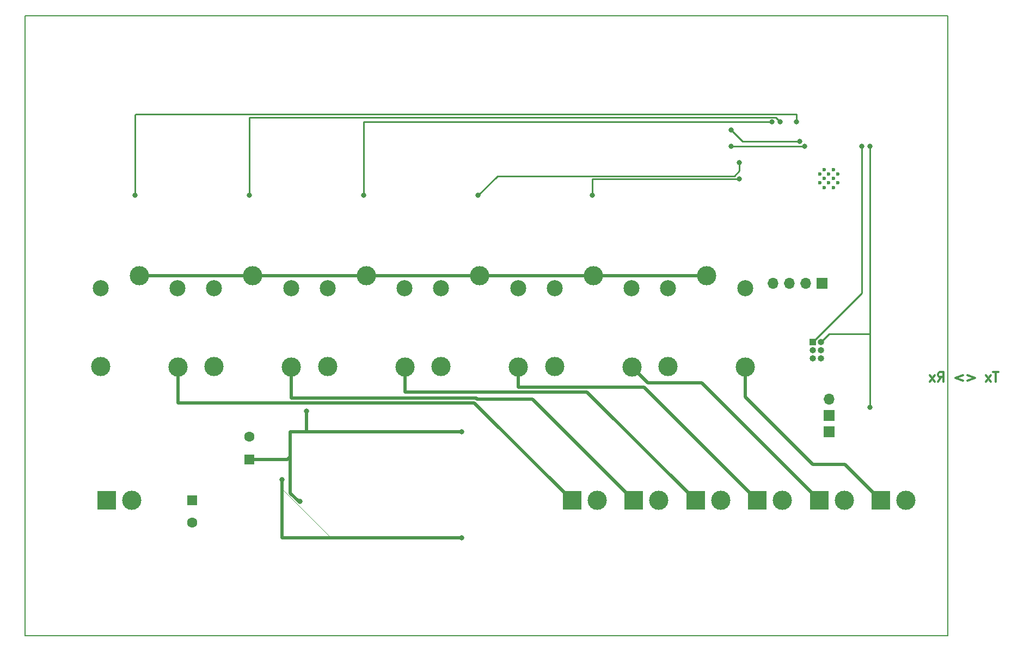
<source format=gbr>
%TF.GenerationSoftware,KiCad,Pcbnew,7.0.8*%
%TF.CreationDate,2023-10-12T20:46:22+03:00*%
%TF.ProjectId,sprinklers,73707269-6e6b-46c6-9572-732e6b696361,1.0.5*%
%TF.SameCoordinates,Original*%
%TF.FileFunction,Copper,L2,Bot*%
%TF.FilePolarity,Positive*%
%FSLAX46Y46*%
G04 Gerber Fmt 4.6, Leading zero omitted, Abs format (unit mm)*
G04 Created by KiCad (PCBNEW 7.0.8) date 2023-10-12 20:46:22*
%MOMM*%
%LPD*%
G01*
G04 APERTURE LIST*
%TA.AperFunction,NonConductor*%
%ADD10C,0.200000*%
%TD*%
%ADD11C,0.300000*%
%TA.AperFunction,NonConductor*%
%ADD12C,0.300000*%
%TD*%
%TA.AperFunction,ComponentPad*%
%ADD13C,3.000000*%
%TD*%
%TA.AperFunction,ComponentPad*%
%ADD14C,2.500000*%
%TD*%
%TA.AperFunction,ComponentPad*%
%ADD15R,1.700000X1.700000*%
%TD*%
%TA.AperFunction,ComponentPad*%
%ADD16O,1.700000X1.700000*%
%TD*%
%TA.AperFunction,BGAPad,CuDef*%
%ADD17O,1.700000X1.700000*%
%TD*%
%TA.AperFunction,HeatsinkPad*%
%ADD18C,0.600000*%
%TD*%
%TA.AperFunction,ComponentPad*%
%ADD19R,1.600000X1.600000*%
%TD*%
%TA.AperFunction,ComponentPad*%
%ADD20C,1.600000*%
%TD*%
%TA.AperFunction,ComponentPad*%
%ADD21R,3.000000X3.000000*%
%TD*%
%TA.AperFunction,ComponentPad*%
%ADD22R,1.000000X1.000000*%
%TD*%
%TA.AperFunction,ComponentPad*%
%ADD23O,1.000000X1.000000*%
%TD*%
%TA.AperFunction,ViaPad*%
%ADD24C,0.800000*%
%TD*%
%TA.AperFunction,Conductor*%
%ADD25C,0.500000*%
%TD*%
%TA.AperFunction,Conductor*%
%ADD26C,0.250000*%
%TD*%
%TA.AperFunction,Conductor*%
%ADD27C,0.000000*%
%TD*%
G04 APERTURE END LIST*
D10*
X1905000Y97790000D02*
X145415000Y97790000D01*
X145415000Y1270000D01*
X1905000Y1270000D01*
X1905000Y97790000D01*
D11*
D12*
X153329774Y42339172D02*
X152472632Y42339172D01*
X152901203Y40839172D02*
X152901203Y42339172D01*
X152115489Y40839172D02*
X151329775Y41839172D01*
X152115489Y41839172D02*
X151329775Y40839172D01*
X148472632Y41839172D02*
X149615489Y41410600D01*
X149615489Y41410600D02*
X148472632Y40982029D01*
X147758346Y41839172D02*
X146615489Y41410600D01*
X146615489Y41410600D02*
X147758346Y40982029D01*
X143901203Y40839172D02*
X144401203Y41553458D01*
X144758346Y40839172D02*
X144758346Y42339172D01*
X144758346Y42339172D02*
X144186917Y42339172D01*
X144186917Y42339172D02*
X144044060Y42267743D01*
X144044060Y42267743D02*
X143972631Y42196315D01*
X143972631Y42196315D02*
X143901203Y42053458D01*
X143901203Y42053458D02*
X143901203Y41839172D01*
X143901203Y41839172D02*
X143972631Y41696315D01*
X143972631Y41696315D02*
X144044060Y41624886D01*
X144044060Y41624886D02*
X144186917Y41553458D01*
X144186917Y41553458D02*
X144758346Y41553458D01*
X143401203Y40839172D02*
X142615489Y41839172D01*
X143401203Y41839172D02*
X142615489Y40839172D01*
D13*
%TO.P,K4,1*%
%TO.N,Net-(AC24-IN1-Pin_1)*%
X72644000Y57330000D03*
D14*
%TO.P,K4,2*%
%TO.N,Net-(Q4-D)*%
X66594000Y55380000D03*
D13*
%TO.P,K4,3*%
%TO.N,unconnected-(K4-Pad3)*%
X66594000Y43180000D03*
%TO.P,K4,4*%
%TO.N,Net-(J4-Pin_1)*%
X78644000Y43130000D03*
D14*
%TO.P,K4,5*%
%TO.N,Net-(U1-FB)*%
X78594000Y55380000D03*
%TD*%
D15*
%TO.P,26 27 28 29,1*%
%TO.N,unconnected-(U2-IO5-Pad29)*%
X125900049Y56169491D03*
D16*
%TO.P,26 27 28 29,2*%
%TO.N,unconnected-(U2-IO17-Pad28)*%
X123360049Y56169491D03*
%TO.P,26 27 28 29,3*%
%TO.N,unconnected-(U2-IO16-Pad27)*%
X120820049Y56169491D03*
D17*
%TO.P,26 27 28 29,4*%
%TO.N,unconnected-(U2-IO4-Pad26)*%
X118280049Y56169491D03*
%TD*%
D18*
%TO.P,U2,39,GND*%
%TO.N,GND1*%
X127600000Y73880000D03*
X126200000Y73880000D03*
X128300000Y73180000D03*
X126900000Y73180000D03*
X125500000Y73180000D03*
X127600000Y72505000D03*
X126200000Y72505000D03*
X128300000Y71780000D03*
X126900000Y71780000D03*
X125500000Y71780000D03*
X127600000Y71080000D03*
X126200000Y71080000D03*
%TD*%
D13*
%TO.P,K1,1*%
%TO.N,Net-(AC24-IN1-Pin_1)*%
X19685000Y57330000D03*
D14*
%TO.P,K1,2*%
%TO.N,Net-(Q1-D)*%
X13635000Y55380000D03*
D13*
%TO.P,K1,3*%
%TO.N,unconnected-(K1-Pad3)*%
X13635000Y43180000D03*
%TO.P,K1,4*%
%TO.N,Net-(J1-Pin_1)*%
X25685000Y43130000D03*
D14*
%TO.P,K1,5*%
%TO.N,Net-(U1-FB)*%
X25635000Y55380000D03*
%TD*%
D19*
%TO.P,C6,1*%
%TO.N,Net-(U1-FB)*%
X36830000Y28740000D03*
D20*
%TO.P,C6,2*%
%TO.N,GND1*%
X36830000Y32240000D03*
%TD*%
D19*
%TO.P,C5,1*%
%TO.N,Net-(D4-K)*%
X27940000Y22390000D03*
D20*
%TO.P,C5,2*%
%TO.N,GND1*%
X27940000Y18890000D03*
%TD*%
D21*
%TO.P,J6,1,Pin_1*%
%TO.N,Net-(J6-Pin_1)*%
X135027500Y22340000D03*
D13*
%TO.P,J6,2,Pin_2*%
%TO.N,GND1*%
X138907500Y22340000D03*
%TD*%
D21*
%TO.P,J2,1,Pin_1*%
%TO.N,Net-(J2-Pin_1)*%
X96599500Y22340000D03*
D13*
%TO.P,J2,2,Pin_2*%
%TO.N,GND1*%
X100479500Y22340000D03*
%TD*%
%TO.P,K5,1*%
%TO.N,Net-(AC24-IN1-Pin_1)*%
X90297000Y57330000D03*
D14*
%TO.P,K5,2*%
%TO.N,Net-(Q5-D)*%
X84247000Y55380000D03*
D13*
%TO.P,K5,3*%
%TO.N,unconnected-(K5-Pad3)*%
X84247000Y43180000D03*
%TO.P,K5,4*%
%TO.N,Net-(J5-Pin_1)*%
X96297000Y43130000D03*
D14*
%TO.P,K5,5*%
%TO.N,Net-(U1-FB)*%
X96247000Y55380000D03*
%TD*%
D21*
%TO.P,J3,1,Pin_1*%
%TO.N,Net-(J3-Pin_1)*%
X106206500Y22340000D03*
D13*
%TO.P,J3,2,Pin_2*%
%TO.N,GND1*%
X110086500Y22340000D03*
%TD*%
D21*
%TO.P,J1,1,Pin_1*%
%TO.N,Net-(J1-Pin_1)*%
X86992500Y22340000D03*
D13*
%TO.P,J1,2,Pin_2*%
%TO.N,GND1*%
X90872500Y22340000D03*
%TD*%
D16*
%TO.P,5V 3V3 GND,1*%
%TO.N,GND1*%
X127000000Y38100000D03*
D15*
%TO.P,5V 3V3 GND,2*%
%TO.N,Net-(U2-VDD)*%
X127000000Y35560000D03*
%TO.P,5V 3V3 GND,3*%
%TO.N,Net-(U1-FB)*%
X127000000Y33020000D03*
%TD*%
D21*
%TO.P,AC24-IN1,1,Pin_1*%
%TO.N,Net-(AC24-IN1-Pin_1)*%
X14602500Y22340000D03*
D13*
%TO.P,AC24-IN1,2,Pin_2*%
%TO.N,GND1*%
X18482500Y22340000D03*
%TD*%
D22*
%TO.P,EXT/PROG,1*%
%TO.N,unconnected-(U2-EN-Pad3)*%
X124460000Y46990000D03*
D23*
%TO.P,EXT/PROG,2*%
%TO.N,Net-(U2-VDD)*%
X125730000Y46990000D03*
%TO.P,EXT/PROG,3*%
%TO.N,unconnected-(U2-RXD0{slash}IO3-Pad34)*%
X124460000Y45720000D03*
%TO.P,EXT/PROG,4*%
%TO.N,GND1*%
X125730000Y45720000D03*
%TO.P,EXT/PROG,5*%
%TO.N,unconnected-(U2-TXD0{slash}IO1-Pad35)*%
X124460000Y44450000D03*
%TO.P,EXT/PROG,6*%
%TO.N,unconnected-(U2-IO0-Pad25)*%
X125730000Y44450000D03*
%TD*%
D13*
%TO.P,K6,1*%
%TO.N,Net-(AC24-IN1-Pin_1)*%
X107950000Y57330000D03*
D14*
%TO.P,K6,2*%
%TO.N,Net-(Q6-D)*%
X101900000Y55380000D03*
D13*
%TO.P,K6,3*%
%TO.N,unconnected-(K6-Pad3)*%
X101900000Y43180000D03*
%TO.P,K6,4*%
%TO.N,Net-(J6-Pin_1)*%
X113950000Y43130000D03*
D14*
%TO.P,K6,5*%
%TO.N,Net-(U1-FB)*%
X113900000Y55380000D03*
%TD*%
D13*
%TO.P,K2,1*%
%TO.N,Net-(AC24-IN1-Pin_1)*%
X37338000Y57330000D03*
D14*
%TO.P,K2,2*%
%TO.N,Net-(Q2-D)*%
X31288000Y55380000D03*
D13*
%TO.P,K2,3*%
%TO.N,unconnected-(K2-Pad3)*%
X31288000Y43180000D03*
%TO.P,K2,4*%
%TO.N,Net-(J2-Pin_1)*%
X43338000Y43130000D03*
D14*
%TO.P,K2,5*%
%TO.N,Net-(U1-FB)*%
X43288000Y55380000D03*
%TD*%
D21*
%TO.P,J4,1,Pin_1*%
%TO.N,Net-(J4-Pin_1)*%
X115813500Y22340000D03*
D13*
%TO.P,J4,2,Pin_2*%
%TO.N,GND1*%
X119693500Y22340000D03*
%TD*%
%TO.P,K3,1*%
%TO.N,Net-(AC24-IN1-Pin_1)*%
X54991000Y57330000D03*
D14*
%TO.P,K3,2*%
%TO.N,Net-(Q3-D)*%
X48941000Y55380000D03*
D13*
%TO.P,K3,3*%
%TO.N,unconnected-(K3-Pad3)*%
X48941000Y43180000D03*
%TO.P,K3,4*%
%TO.N,Net-(J3-Pin_1)*%
X60991000Y43130000D03*
D14*
%TO.P,K3,5*%
%TO.N,Net-(U1-FB)*%
X60941000Y55380000D03*
%TD*%
D21*
%TO.P,J5,1,Pin_1*%
%TO.N,Net-(J5-Pin_1)*%
X125420500Y22340000D03*
D13*
%TO.P,J5,2,Pin_2*%
%TO.N,GND1*%
X129300500Y22340000D03*
%TD*%
D24*
%TO.N,Net-(U1-FB)*%
X45720000Y36282353D03*
%TO.N,Net-(U2-IO26)*%
X19050000Y69850000D03*
X121920000Y81280000D03*
%TO.N,Net-(U2-IO14)*%
X36830000Y69850000D03*
X119380000Y81280000D03*
%TO.N,unconnected-(U2-EN-Pad3)*%
X132080000Y77470000D03*
%TO.N,Net-(U2-IO12)*%
X118110000Y81280000D03*
X54610000Y69850000D03*
%TO.N,Net-(D3-A)*%
X122415845Y78259680D03*
X111760000Y80010000D03*
%TO.N,Net-(D2-A)*%
X111760000Y77470000D03*
X123190000Y77470000D03*
%TO.N,Net-(U2-IO13)*%
X113030000Y74930000D03*
X72390000Y69850000D03*
%TO.N,Net-(U2-SCS{slash}CMD)*%
X113030000Y72390000D03*
X90170000Y69850000D03*
%TO.N,Net-(U2-VDD)*%
X133350000Y36830000D03*
X133350000Y77470000D03*
%TO.N,Net-(U1-FB)*%
X69850000Y33020000D03*
X44705625Y22172528D03*
%TO.N,Net-(D5-K)*%
X41889218Y25621668D03*
X69850000Y16510000D03*
%TD*%
D25*
%TO.N,Net-(J6-Pin_1)*%
X135027500Y22340000D02*
X129427500Y27940000D01*
X129427500Y27940000D02*
X124460000Y27940000D01*
X124460000Y27940000D02*
X113950000Y38450000D01*
X113950000Y38450000D02*
X113950000Y43130000D01*
%TO.N,Net-(J5-Pin_1)*%
X98787000Y40640000D02*
X107120500Y40640000D01*
X107120500Y40640000D02*
X125420500Y22340000D01*
X98787000Y40640000D02*
X96297000Y43130000D01*
%TO.N,Net-(J4-Pin_1)*%
X78644000Y43130000D02*
X78644000Y39963129D01*
X78644000Y39963129D02*
X98190371Y39963129D01*
X98190371Y39963129D02*
X115813500Y22340000D01*
%TO.N,Net-(J3-Pin_1)*%
X60991000Y43130000D02*
X60991000Y39263129D01*
X89283371Y39263129D02*
X106206500Y22340000D01*
X60991000Y39263129D02*
X89283371Y39263129D01*
%TO.N,Net-(J1-Pin_1)*%
X71777500Y37555000D02*
X86992500Y22340000D01*
X25685000Y37555000D02*
X71777500Y37555000D01*
X25685000Y43130000D02*
X25685000Y37555000D01*
%TO.N,Net-(U1-FB)*%
X43180000Y29210000D02*
X43180000Y33020000D01*
X43180000Y33020000D02*
X45720000Y33020000D01*
X43180000Y23486020D02*
X43180000Y29210000D01*
X43180000Y29210000D02*
X42710000Y28740000D01*
X42710000Y28740000D02*
X36830000Y28740000D01*
X44705625Y22172528D02*
X44493492Y22172528D01*
X44493492Y22172528D02*
X43180000Y23486020D01*
%TO.N,Net-(J2-Pin_1)*%
X43338000Y43130000D02*
X43338000Y38255000D01*
X43338000Y38255000D02*
X72067449Y38255000D01*
X72067449Y38255000D02*
X72222449Y38100000D01*
X80839500Y38100000D02*
X96599500Y22340000D01*
X72222449Y38100000D02*
X80839500Y38100000D01*
%TO.N,Net-(U1-FB)*%
X45720000Y33020000D02*
X45720000Y36282353D01*
X69850000Y33020000D02*
X45720000Y33020000D01*
%TO.N,Net-(J1-Pin_1)*%
X86992500Y22340000D02*
X86880000Y22340000D01*
D26*
%TO.N,Net-(U2-IO26)*%
X19050000Y82360000D02*
X19145000Y82455000D01*
X19050000Y69850000D02*
X19050000Y82360000D01*
X19145000Y82455000D02*
X121920000Y82455000D01*
X121920000Y82455000D02*
X121920000Y81280000D01*
%TO.N,Net-(U2-IO14)*%
X119380000Y81280000D02*
X118655000Y82005000D01*
X118655000Y82005000D02*
X36830000Y82005000D01*
X36830000Y82005000D02*
X36830000Y69850000D01*
%TO.N,unconnected-(U2-EN-Pad3)*%
X124460000Y46990000D02*
X132080000Y54610000D01*
X132080000Y54610000D02*
X132080000Y77470000D01*
%TO.N,Net-(U2-IO12)*%
X118110000Y81280000D02*
X54610000Y81280000D01*
X54610000Y81280000D02*
X54610000Y69850000D01*
%TO.N,Net-(D3-A)*%
X113510320Y78259680D02*
X111760000Y80010000D01*
X122415845Y78259680D02*
X113510320Y78259680D01*
%TO.N,Net-(D2-A)*%
X111760000Y77470000D02*
X123190000Y77470000D01*
%TO.N,Net-(U2-IO13)*%
X113030000Y73660000D02*
X112210000Y72840000D01*
X113030000Y74930000D02*
X113030000Y73660000D01*
X112210000Y72840000D02*
X75380000Y72840000D01*
X75380000Y72840000D02*
X72390000Y69850000D01*
%TO.N,Net-(U2-SCS{slash}CMD)*%
X113030000Y72390000D02*
X90170000Y72390000D01*
X90170000Y72390000D02*
X90170000Y69850000D01*
%TO.N,Net-(U2-VDD)*%
X133350000Y48260000D02*
X133350000Y36830000D01*
X133350000Y77470000D02*
X133350000Y48260000D01*
X127000000Y48260000D02*
X133350000Y48260000D01*
X125730000Y46990000D02*
X127000000Y48260000D01*
D25*
%TO.N,Net-(D5-K)*%
X41889218Y16530782D02*
X41910000Y16510000D01*
D27*
X41910000Y24820492D02*
X41910000Y24119624D01*
X41910000Y24119624D02*
X49519624Y16510000D01*
D25*
X41889218Y25621668D02*
X41889218Y16530782D01*
X41910000Y16510000D02*
X69850000Y16510000D01*
%TO.N,Net-(AC24-IN1-Pin_1)*%
X107950000Y57330000D02*
X90297000Y57330000D01*
X54991000Y57330000D02*
X37338000Y57330000D01*
X90297000Y57330000D02*
X72644000Y57330000D01*
X19685000Y57330000D02*
X37338000Y57330000D01*
X54991000Y57330000D02*
X72644000Y57330000D01*
%TD*%
M02*

</source>
